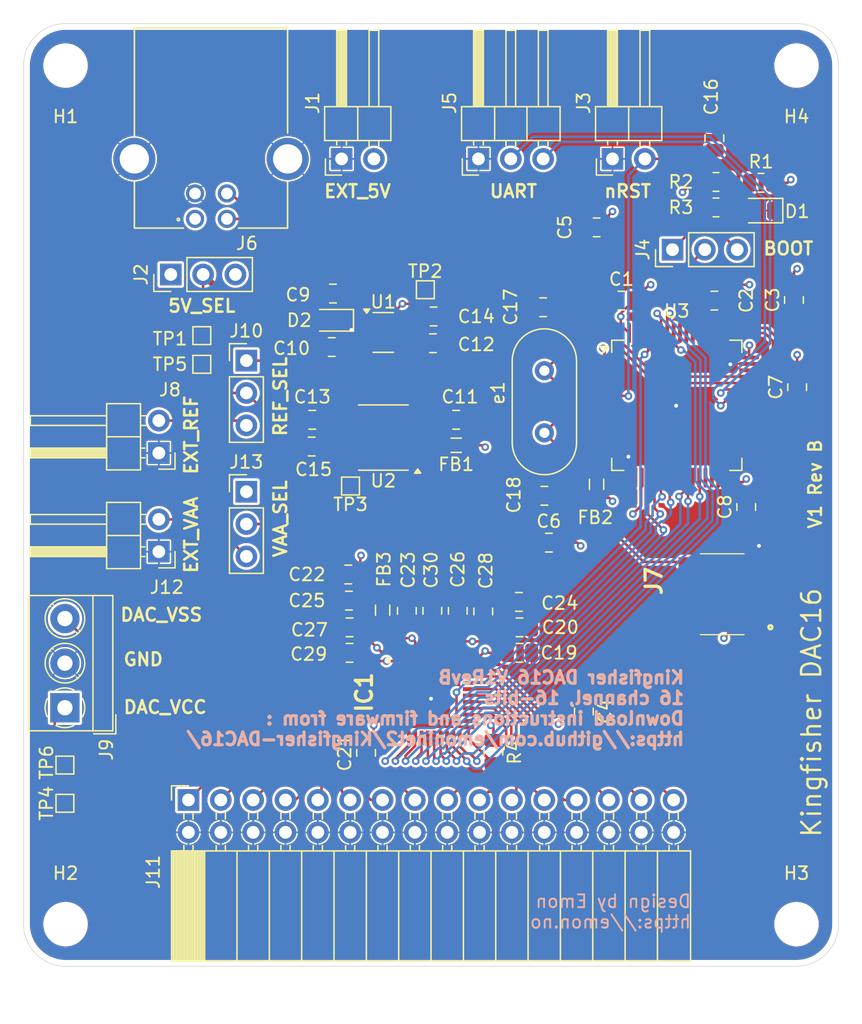
<source format=kicad_pcb>
(kicad_pcb (version 20240108) (generator "pcbnew") (generator_version "8.0")
  (layers (0 "F.Cu" signal) (1 "In1.Cu" signal) (2 "In2.Cu" signal) (31 "B.Cu" signal) (34 "B.Paste" user) (35 "F.Paste" user) (36 "B.SilkS" user "B.Silkscreen") (37 "F.SilkS" user "F.Silkscreen") (38 "B.Mask" user) (39 "F.Mask" user) (44 "Edge.Cuts" user))
  (net 0 "")
  (net 1 "+3V3")
  (net 2 "GND")
  (net 3 "Net-(D2-K)")
  (net 4 "Net-(U2-Vin)")
  (net 5 "Net-(U1-BYP)")
  (net 6 "Net-(U2-Trim{slash}NR)")
  (net 7 "Net-(D1-A)")
  (net 8 "REF_2V5")
  (net 9 "NRST")
  (net 10 "Net-(U3-PH0)")
  (net 11 "Net-(U3-PH1)")
  (net 12 "DAC_VCC")
  (net 13 "DAC_VSS")
  (net 14 "Net-(J4-Pin_1)")
  (net 15 "Net-(J4-Pin_3)")
  (net 16 "DAC_VAA")
  (net 18 "Net-(IC1-REFCMP)")
  (net 19 "DAC_REF")
  (net 20 "+5V")
  (net 21 "Net-(U3-VDDA)")
  (net 22 "DAC_OUT_14")
  (net 23 "DAC_OUT_7")
  (net 24 "DAC_SCLK")
  (net 25 "DAC_OUT_15")
  (net 26 "DAC_OUT_8")
  (net 27 "DAC_OUT_0")
  (net 28 "DAC_TOGGLE0")
  (net 29 "DAC_OUT_13")
  (net 30 "DAC_OUT_11")
  (net 31 "DAC_OUT_1")
  (net 32 "DAC_nCLR")
  (net 33 "DAC_OUT_12")
  (net 34 "DAC_SDO")
  (net 35 "DAC_OUT_2")
  (net 36 "DAC_OUT_4")
  (net 37 "DAC_TOGGLE1")
  (net 38 "DAC_TEMPOUT")
  (net 39 "DAC_nLDAC")
  (net 40 "DAC_TOGGLE2")
  (net 41 "DAC_nRESET")
  (net 42 "DAC_nALMOUT")
  (net 43 "DAC_nCS")
  (net 44 "DAC_OUT_5")
  (net 45 "DAC_SDI")
  (net 46 "DAC_OUT_3")
  (net 47 "DAC_OUT_9")
  (net 48 "DAC_OUT_6")
  (net 49 "DAC_OUT_10")
  (net 51 "5V_EXT")
  (net 52 "USB_VBUS")
  (net 54 "EXT_DAC_VAA")
  (net 55 "BOOT0")
  (net 56 "UART_RX")
  (net 57 "UART_TX")
  (net 58 "USB_OTG_FS_D+")
  (net 59 "USB_OTG_FS_D-")
  (net 60 "JTCK_SWCLK")
  (net 61 "JTDO_SWO")
  (net 62 "JTMS_SWDIO")
  (net 63 "EXT_REF_2V5")
  (footprint "Capacitor_SMD:C_0805_2012Metric" (layer "F.Cu") (at 156.95 110.4 180)
    (property "Reference" "C20")
    (property "Value" "100nF")
  )
  (footprint "MountingHole:MountingHole_3mm" (layer "F.Cu") (at 178.7 66.3 180)
    (property "Reference" "H4")
    (property "Value" "MountingHole")
  )
  (footprint "TestPoint:TestPoint_Pad_1.0x1.0mm" (layer "F.Cu") (at 143.675 99.305 180)
    (property "Reference" "TP3")
    (property "Value" "TestPoint")
  )
  (footprint "Capacitor_SMD:C_0805_2012Metric" (layer "F.Cu") (at 150.1 109.1 -90)
    (property "Reference" "C30")
    (property "Value" "1uF")
  )
  (footprint "Connector_PinHeader_2.54mm:PinHeader_1x02_P2.54mm_Horizontal" (layer "F.Cu") (at 164.25 73.625 90)
    (property "Reference" "J3")
    (property "Value" "Conn_01x02_Male")
  )
  (footprint "Capacitor_SMD:C_0805_2012Metric" (layer "F.Cu") (at 140.625 96.205)
    (property "Reference" "C15")
    (property "Value" "10uF")
  )
  (footprint "TestPoint:TestPoint_Pad_1.0x1.0mm" (layer "F.Cu") (at 149.55 83.895)
    (property "Reference" "TP2")
    (property "Value" "TestPoint")
  )
  (footprint "Capacitor_SMD:C_0805_2012Metric" (layer "F.Cu") (at 144.9 120.25 90)
    (property "Reference" "C21")
    (property "Value" "100nF")
  )
  (footprint "Capacitor_SMD:C_0805_2012Metric" (layer "F.Cu") (at 178.75 91.55 90)
    (property "Reference" "C7")
    (property "Value" "1uF")
  )
  (footprint "Connector_PinHeader_2.54mm:PinHeader_1x02_P2.54mm_Horizontal" (layer "F.Cu") (at 128.625 104.46 180)
    (property "Reference" "J12")
    (property "Value" "DAC_EXT_VAA")
  )
  (footprint "Capacitor_SMD:C_0805_2012Metric" (layer "F.Cu") (at 151.975 94.105 180)
    (property "Reference" "C11")
    (property "Value" "1uF")
  )
  (footprint "Capacitor_SMD:C_0805_2012Metric" (layer "F.Cu") (at 159.25 103.75)
    (property "Reference" "C6")
    (property "Value" "100nF")
  )
  (footprint "Package_SO:SOIC-8_3.9x4.9mm_P1.27mm" (layer "F.Cu") (at 146.25 95.5 180)
    (property "Reference" "U2")
    (property "Value" "REF5025AID")
  )
  (footprint "Inductor_SMD:L_0805_2012Metric" (layer "F.Cu") (at 146.2 109.05 90)
    (property "Reference" "FB3")
    (property "Value" "HZ0805E601R-10")
  )
  (footprint "Capacitor_SMD:C_0805_2012Metric" (layer "F.Cu") (at 172.25 84.75)
    (property "Reference" "C2")
    (property "Value" "10nF")
  )
  (footprint "Resistor_SMD:R_0805_2012Metric" (layer "F.Cu") (at 172.375 75.435)
    (property "Reference" "R2")
    (property "Value" "10K")
  )
  (footprint "Capacitor_SMD:C_0805_2012Metric" (layer "F.Cu") (at 152.1 109.1 -90)
    (property "Reference" "C26")
    (property "Value" "330pF")
  )
  (footprint "Capacitor_SMD:C_0805_2012Metric" (layer "F.Cu") (at 158.9 100.07)
    (property "Reference" "C18")
    (property "Value" "30pF")
  )
  (footprint "Resistor_SMD:R_0805_2012Metric" (layer "F.Cu") (at 175.9125 75.5)
    (property "Reference" "R1")
    (property "Value" "100")
  )
  (footprint "Inductor_SMD:L_0805_2012Metric" (layer "F.Cu") (at 151.975 96.105 180)
    (property "Reference" "FB1")
    (property "Value" "HZ0805E601R-10")
  )
  (footprint "MountingHole:MountingHole_3mm" (layer "F.Cu") (at 121.3 66.3 180)
    (property "Reference" "H1")
    (property "Value" "MountingHole")
  )
  (footprint "Capacitor_SMD:C_0805_2012Metric" (layer "F.Cu") (at 156.95 112.4 180)
    (property "Reference" "C19")
    (property "Value" "100nF")
  )
  (footprint "Capacitor_SMD:C_0805_2012Metric" (layer "F.Cu") (at 142.2 88.395)
    (property "Reference" "C10")
    (property "Value" "100nF")
  )
  (footprint "Capacitor_SMD:C_0805_2012Metric" (layer "F.Cu") (at 148.1 109.1 -90)
    (property "Reference" "C23")
    (property "Value" "100nF")
  )
  (footprint "Connector_PinHeader_2.54mm:PinHeader_1x02_P2.54mm_Horizontal" (layer "F.Cu") (at 142.975 73.625 90)
    (property "Reference" "J1")
    (property "Value" "5V EXT")
  )
  (footprint "footprints:FTSH-105-XX-YYY-DV-K-P-TR" (layer "F.Cu") (at 172.865 107.8 90)
    (property "Reference" "J7")
    (property "Value" "FTSH-105-01-F-DV-K-P-TR" (hide yes))
  )
  (footprint "Capacitor_SMD:C_0805_2012Metric" (layer "F.Cu") (at 164.95 84.75)
    (property "Reference" "C1")
    (property "Value" "10nF")
  )
  (footprint "Capacitor_SMD:C_0805_2012Metric" (layer "F.Cu") (at 158.8 85.27)
    (property "Reference" "C17")
    (property "Value" "30pF")
  )
  (footprint "Capacitor_SMD:C_0805_2012Metric" (layer "F.Cu") (at 143.6 112.4)
    (property "Reference" "C29")
    (property "Value" "10uF")
  )
  (footprint "Connector_PinSocket_2.54mm:PinSocket_2x16_P2.54mm_Horizontal" (layer "F.Cu") (at 130.95 123.95 90)
    (property "Reference" "J11")
    (property "Value" "Conn_02x16_Counter_Clockwise")
  )
  (footprint "Capacitor_SMD:C_0805_2012Metric" (layer "F.Cu") (at 172.25 72 -90)
    (property "Reference" "C16")
    (property "Value" "100nF")
  )
  (footprint "Capacitor_SMD:C_0805_2012Metric" (layer "F.Cu") (at 178.5 84.7 90)
    (property "Reference" "C3")
    (property "Value" "100nF")
  )
  (footprint "Diode_SMD:D_SOD-323" (layer "F.Cu") (at 142.3 86.295 180)
    (property "Reference" "D2")
    (property "Value" "BAT60AE6327HTSA1")
  )
  (footprint "Capacitor_SMD:C_0805_2012Metric" (layer "F.Cu") (at 174.75 100.95 90)
    (property "Reference" "C8")
    (property "Value" "10uF")
  )
  (footprint "Capacitor_SMD:C_0805_2012Metric" (layer "F.Cu") (at 143.55 108.3)
    (property "Reference" "C25")
    (property "Value" "100nF")
  )
  (footprint "TestPoint:TestPoint_Pad_1.0x1.0mm" (layer "F.Cu") (at 121.25 121.21 90)
    (property "Reference" "TP6")
    (property "Value" "TestPoint")
  )
  (footprint "TestPoint:TestPoint_Pad_1.0x1.0mm" (layer "F.Cu") (at 121.25 124.21 90)
    (property "Reference" "TP4")
    (property "Value" "TestPoint")
  )
  (footprint "Connector_PinHeader_2.54mm:PinHeader_1x03_P2.54mm_Vertical" (layer "F.Cu") (at 168.96 80.75 90)
    (property "Reference" "J4")
    (property "Value" "Conn_01x03_Male")
  )
  (footprint "Capacitor_SMD:C_0805_2012Metric" (layer "F.Cu") (at 140.675 94.105)
    (property "Reference" "C13")
    (property "Value" "1uF")
  )
  (footprint "Crystal:Crystal_HC49-4H_Vertical" (layer "F.Cu") (at 158.9 90.25 -90)
    (property "Reference" "e1")
    (property "Value" "ECS-160-20-4X")
  )
  (footprint "Connector_PinHeader_2.54mm:PinHeader_1x03_P2.54mm_Vertical" (layer "F.Cu") (at 129.56 82.7 90)
    (property "Reference" "J2")
    (property "Value" "SEL 5V")
  )
  (footprint "Connector_PinHeader_2.54mm:PinHeader_1x03_P2.54mm_Vertical" (layer "F.Cu") (at 135.5 99.75)
    (property "Reference" "J13")
    (property "Value" "DAC_VAA_SEL")
  )
  (footprint "footprints:TE_292304-1" (layer "F.Cu") (at 132.72 73.625 180)
    (property "Reference" "J6")
    (property "Value" "292304-1")
  )
  (footprint "Capacitor_SMD:C_0805_2012Metric" (layer "F.Cu") (at 143.6 110.4)
    (property "Reference" "C27")
    (property "Value" "10uF")
  )
  (footprint "Capacitor_SMD:C_0805_2012Metric" (layer "F.Cu") (at 163 79)
    (property "Reference" "C5")
    (property "Value" "100nF")
  )
  (footprint "TestPoint:TestPoint_Pad_1.0x1.0mm" (layer "F.Cu") (at 132 87.5)
    (property "Reference" "TP1")
    (property "Value" "TestPoint")
  )
  (footprint "TestPoint:TestPoint_Pad_1.0x1.0mm" (layer "F.Cu") (at 132 89.75)
    (property "Reference" "TP5")
    (property "Value" "TestPoint")
  )
  (footprint "Package_TO_SOT_SMD:SOT-23-5" (layer "F.Cu") (at 146.25 87.25)
    (property "Reference" "U1")
    (property "Value" "LDK130M33R")
  )
  (footprint "Capacitor_SMD:C_0805_2012Metric" (layer "F.Cu") (at 154.1 109.15 90)
    (property "Reference" "C28")
    (property "Value" "150nF")
  )
  (footprint "Capacitor_SMD:C_0805_2012Metric" (layer "F.Cu") (at 150.15 88.095 180)
    (property "Reference" "C12")
    (property "Value" "10nF")
  )
  (footprint "Resistor_SMD:R_0805_2012Metric" (layer "F.Cu") (at 154.9 120.1875 -90)
    (property "Reference" "R4")
    (property "Value" "10K")
  )
  (footprint "Connector_PinHeader_2.54mm:PinHeader_1x03_P2.54mm_Horizontal" (layer "F.Cu") (at 153.725 73.625 90)
    (property "Reference" "J5")
    (property "Value" "UART")
  )
  (footprint "LED_SMD:LED_0805_2012Metric" (layer "F.Cu") (at 175.9375 77.685 180)
    (property "Reference" "D1")
    (property "Value" "LED")
  )
  (footprint "footprints:QFN50P600X600X100-41N-D" (layer "F.Cu") (at 150 116)
    (property "Reference" "IC1")
    (property "Value" "DAC81416RHAT" (hide yes))
  )
  (footprint "MountingHole:MountingHole_3mm" (layer "F.Cu") (at 178.7 133.7)
    (property "Reference" "H3")
    (property "Value" "MountingHole")
  )
  (footprint "Connector_PinHeader_2.54mm:PinHeader_1x02_P2.54mm_Horizontal" (layer "F.Cu") (at 128.625 96.71 180)
    (property "Reference" "J8")
    (property "Value" "DAC_EXT_REF")
  )
  (footprint "Inductor_SMD:L_0805_2012Metric" (layer "F.Cu") (at 163 99.17 90)
    (property "Reference" "FB2")
    (property "Value" "HZ0805E601R-10")
  )
  (footprint "Capacitor_SMD:C_0805_2012Metric" (layer "F.Cu") (at 162 117 -90)
    (property "Reference" "C4")
    (property "Value" "100nF")
  )
  (footprint "TerminalBlock_MetzConnect:TerminalBlock_MetzConnect_Type059_RT06303HBWC_1x03_P3.50mm_Horizontal" (layer "F.Cu") (at 121.25 116.71 90)
    (property "Reference" "J9")
    (property "Value" "Screw_Terminal_01x03")
  )
  (footprint "Resistor_SMD:R_0805_2012Metric" (layer "F.Cu") (at 172.375 77.435)
    (property "Reference" "R3")
    (property "Value" "10K")
  )
  (footprint "MountingHole:MountingHole_3mm" (layer "F.Cu") (at 121.3 133.7)
    (property "Reference" "H2")
    (property "Value" "MountingHole")
  )
  (footprint "Capacitor_SMD:C_0805_2012Metric" (layer "F.Cu") (at 156.9 108.4 180)
    (property "Reference" "C24")
    (property "Value" "100nF")
  )
  (footprint "Capacitor_SMD:C_0805_2012Metric" (layer "F.Cu") (at 150.2 85.995 180)
    (property "Reference" "C14")
    (property "Value" "1uF")
  )
  (footprint "Capacitor_SMD:C_0805_2012Metric" (layer "F.Cu") (at 143.5 106.25)
    (property "Reference" "C22")
    (property "Value" "100nF")
  )
  (footprint "Connector_PinHeader_2.54mm:PinHeader_1x03_P2.54mm_Vertical" (layer "F.Cu") (at 135.5 89.46)
    (property "Reference" "J10")
    (property "Value" "DAC_REF_SEL")
  )
  (footprint "Capacitor_SMD:C_0805_2012Metric" (layer "F.Cu") (at 142.3 84.195)
    (property "Reference" "C9")
    (property "Value" "1uF")
  )
  (footprint "Package_QFP:LQFP-64_10x10mm_P0.5mm" (layer "F.Cu") (at 169.3 92.97)
    (property "Reference" "U3")
    (property "Value" "STM32L476RGT6")
  )
  (gr_line (start 121.3 63) (end 178.7 63) (stroke (width 0.05)) (layer "Edge.Cuts"))
  (gr_arc (start 178.7 63) (mid 181.033452 63.966548) (end 182 66.3) (stroke (width 0.05)) (layer "Edge.Cuts"))
  (gr_arc (start 182 133.7) (mid 181.033452 136.033452) (end 178.7 137) (stroke (width 0.05)) (layer "Edge.Cuts"))
  (gr_line (start 118 133.7) (end 118 66.3) (stroke (width 0.05)) (layer "Edge.Cuts"))
  (gr_line (start 121.3 137) (end 178.7 137) (stroke (width 0.05)) (layer "Edge.Cuts"))
  (gr_arc (start 121.3 137) (mid 118.966548 136.033452) (end 118 133.7) (stroke (width 0.05)) (layer "Edge.Cuts"))
  (gr_arc (start 118 66.3) (mid 118.966548 63.966548) (end 121.3 63) (stroke (width 0.05)) (layer "Edge.Cuts"))
  (gr_line (start 182 66.3) (end 182 133.7) (stroke (width 0.05)) (layer "Edge.Cuts"))
  (gr_text "Kingfisher DAC16 V1RevB\n16 channel, 16-bits\nDownload instructions and firmware from :\nhttps://github.com/emoninet2/Kingfisher-DAC16/" (at 170 119.75 0) (layer "B.SilkS") (effects (font (size 1 1) (thickness 0.25) (bold yes)) (justify left bottom mirror)))
  (gr_text "Design by Emon\nhttps://emon.no\n" (at 170.5 134.1 0) (layer "B.SilkS") (effects (font (size 1 1)) (justify left bottom mirror)))
  (gr_text "DAC_VSS" (at 125.5 110 0) (layer "F.SilkS") (effects (font (size 1 1) (thickness 0.2) (bold yes)) (justify left bottom)))
  (gr_text "nRST" (at 163.5 76.75 0) (layer "F.SilkS") (effects (font (size 1 1) (thickness 0.2) (bold yes)) (justify left bottom)))
  (gr_text "5V_SEL" (at 129.25 85.75 0) (layer "F.SilkS") (effects (font (size 1 1) (thickness 0.2) (bold yes)) (justify left bottom)))
  (gr_text "REF_SEL" (at 138.75 95.5 90) (layer "F.SilkS") (effects (font (size 1 1) (thickness 0.2) (bold yes)) (justify left bottom)))
  (gr_text "UART" (at 154.5 76.75 0) (layer "F.SilkS") (effects (font (size 1 1) (thickness 0.2) (bold yes)) (justify left bottom)))
  (gr_text "GND" (at 125.75 113.5 0) (layer "F.SilkS") (effects (font (size 1 1) (thickness 0.2) (bold yes)) (justify left bottom)))
  (gr_text "EXT_VAA" (at 131.75 106.25 90) (layer "F.SilkS") (effects (font (size 1 1) (thickness 0.2) (bold yes)) (justify left bottom)))
  (gr_text "BOOT" (at 176 81.25 0) (layer "F.SilkS") (effects (font (size 1 1) (thickness 0.2) (bold yes)) (justify left bottom)))
  (gr_text "Kingfisher DAC16" (at 180.75 127 90) (layer "F.SilkS") (effects (font (size 1.5 1.5) (thickness 0.1875)) (justify left bottom)))
  (gr_text "EXT_5V" (at 141.5 76.75 0) (layer "F.SilkS") (effects (font (size 1 1) (thickness 0.2) (bold yes)) (justify left bottom)))
  (gr_text "DAC_VCC" (at 125.75 117.25 0) (layer "F.SilkS") (effects (font (size 1 1) (thickness 0.2) (bold yes)) (justify left bottom)))
  (gr_text "VAA_SEL" (at 138.75 105 90) (layer "F.SilkS") (effects (font (size 1 1) (thickness 0.2) (bold yes)) (justify left bottom)))
  (gr_text "EXT_REF" (at 131.75 98.5 90) (layer "F.SilkS") (effects (font (size 1 1) (thickness 0.2) (bold yes)) (justify left bottom)))
  (gr_text "V1 Rev B" (at 180.75 102.75 90) (layer "F.SilkS") (effects (font (size 1 1) (thickness 0.1875)) (justify left bottom)))
  (segment (start 174.9 110.34) (end 173.91 110.34) (width 0.2) (layer "F.Cu") (net 1))
  (segment (start 166.5 98.695) (end 166.55 98.645) (width 0.2) (layer "F.Cu") (net 1))
  (segment (start 165.9 84.75) (end 167.15 83.5) (width 0.2) (layer "F.Cu") (net 1))
  (segment (start 173.2 84.75) (end 174.45 83.5) (width 0.2) (layer "F.Cu") (net 1))
  (segment (start 166.5 100.85) (end 166.5 98.695) (width 0.2) (layer "F.Cu") (net 1))
  (segment (start 147.3875 85.3625) (end 147.75 85) (width 0.2) (layer "F.Cu") (net 1))
  (segment (start 165.85 101.5) (end 166.5 100.85) (width 0.2) (layer "F.Cu") (net 1))
  (segment (start 163.625 89.22) (end 163.625 88.625) (width 0.2) (layer "F.Cu") (net 1))
  (segment (start 174.975 88.275) (end 175 88.25) (width 0.2) (layer "F.Cu") (net 1))
  (segment (start 163.625 88.625) (end 163.5 88.5) (width 0.2) (layer "F.Cu") (net 1))
  (segment (start 178 75.5) (end 178.25 75.25) (width 0.2) (layer "F.Cu") (net 1))
  (segment (start 173.91 110.34) (end 173 111.25) (width 0.2) (layer "F.Cu") (net 1))
  (segment (start 178.5 82.5) (end 178.75 82.25) (width 0.2) (layer "F.Cu") (net 1))
  (segment (start 170.565 75.435) (end 169.75 76.25) (width 0.2) (layer "F.Cu") (net 1))
  (segment (start 163.9825 100.2325) (end 164.25 100.5) (width 0.2) (layer "F.Cu") (net 1))
  (segment (start 163.95 79) (end 163.95 78.05) (width 0.2) (layer "F.Cu") (net 1))
  (segment (start 153.0375 96.105) (end 154.105 96.105) (width 0.2) (layer "F.Cu") (net 1))
  (segment (start 160.05 117.95) (end 160 118) (width 0.2) (layer "F.Cu") (net 1))
  (segment (start 176.825 75.5) (end 178 75.5) (width 0.2) (layer "F.Cu") (net 1))
  (segment (start 161.5 103.75) (end 161.75 104) (width 0.2) (layer "F.Cu") (net 1))
  (segment (start 149.25 85.995) (end 148.255 85) (width 0.2) (layer "F.Cu") (net 1))
  (segment (start 164.9 86) (end 164.9 86.645) (width 0.2) (layer "F.Cu") (net 1))
  (segment (start 147.3875 86.3) (end 147.3875 85.3625) (width 0.2) (layer "F.Cu") (net 1))
  (segment (start 173.7025 99.2975) (end 174.405 100) (width 0.2) (layer "F.Cu") (net 1))
  (segment (start 164.9 86) (end 164.9 85.75) (width 0.2) (layer "F.Cu") (net 1))
  (segment (start 154.7 118.1) (end 154.9 118.3) (width 0.2) (layer "F.Cu") (net 1))
  (segment (start 163 100.2325) (end 163.9825 100.2325) (width 0.2) (layer "F.Cu") (net 1))
  (segment (start 149.25 84.195) (end 149.55 83.895) (width 0.2) (layer "F.Cu") (net 1))
  (segment (start 145.5 118.7) (end 145.5 118.1) (width 0.2) (layer "F.Cu") (net 1))
  (segment (start 173.7025 99.2975) (end 174 99) (width 0.2) (layer "F.Cu") (net 1))
  (segment (start 178.75 90.6) (end 178.75 89) (width 0.2) (layer "F.Cu") (net 1))
  (segment (start 154.105 96.105) (end 154.25 96.25) (width 0.2) (layer "F.Cu") (net 1))
  (segment (start 167.15 83.5) (end 167.25 83.5) (width 0.2) (layer "F.Cu") (net 1))
  (segment (start 163.95 78.05) (end 164.25 77.75) (width 0.2) (layer "F.Cu") (net 1))
  (segment (start 171.4625 75.435) (end 170.565 75.435) (width 0.2) (layer "F.Cu") (net 1))
  (segment (start 147.05 117.75) (end 145.85 117.75) (width 0.2) (layer "F.Cu") (net 1))
  (segment (start 174 99) (end 174.5 99) (width 0.2) (layer "F.Cu") (net 1))
  (segment (start 160.2 103.75) (end 161.5 103.75) (width 0.2) (layer "F.Cu") (net 1))
  (segment (start 174.5 99) (end 174.75 98.75) (width 0.2) (layer "F.Cu") (net 1))
  (segment (start 148.255 85) (end 147.75 85) (width 0.2) (layer "F.Cu") (net 1))
  (segment (start 174.45 83.5) (end 175 83.5) (width 0.2) (layer "F.Cu") (net 1))
  (segment (start 154.9 118.3) (end 154.9 119) (width 0.2) (layer "F.Cu") (net 1))
  (segment (start 145.85 117.75) (end 145.5 118.1) (width 0.2) (layer "F.Cu") (net 1))
  (segment (start 162 117.95) (end 160.05 117.95) (width 0.2) (layer "F.Cu") (net 1))
  (segment (start 174.975 89.22) (end 174.975 88.275) (width 0.2) (layer "F.Cu") (net 1))
  (segment (start 178.5 83.75) (end 178.5 82.5) (width 0.2) (layer "F.Cu") (net 1))
  (segment (start 148.945 86.3) (end 149.25 85.995) (width 0.2) (layer "F.Cu") (net 1))
  (segment (start 164.9 85.75) (end 165.9 84.75) (width 0.2) (layer "F.Cu") (net 1))
  (segment (start 144.9 119.3) (end 145.5 118.7) (width 0.2) (layer "F.Cu") (net 1))
  (segment (start 173.05 98.645) (end 173.7025 99.2975) (width 0.2) (layer "F.Cu") (net 1))
  (segment (start 164.9 86.645) (end 165.55 87.295) (width 0.2) (layer "F.Cu") (net 1))
  (segment (start 149.25 85.995) (end 149.25 84.195) (width 0.2) (layer "F.Cu") (net 1))
  (segment (start 174.405 100) (end 174.75 100) (width 0.2) (layer "F.Cu") (net 1))
  (via (at 167.25 83.5) (size 0.6) (drill 0.3) (layers "F.Cu" "B.Cu") (net 1))
  (via (at 154.25 96.25) (size 0.6) (drill 0.3) (layers "F.Cu" "B.Cu") (net 1))
  (via (at 178.75 82.25) (size 0.6) (drill 0.3) (layers "F.Cu" "B.Cu") (net 1))
  (via (at 174.75 98.75) (size 0.6) (drill 0.3) (layers "F.Cu" "B.Cu") (net 1))
  (via (at 165.85 101.5) (size 0.6) (drill 0.3) (layers "F.Cu" "B.Cu") (net 1))
  (via (at 169.75 76.25) (size 0.6) (drill 0.3) (layers "F.Cu" "B.Cu") (net 1))
  (via (at 175 83.5) (size 0.6) (drill 0.3) (layers "F.Cu" "B.Cu") (net 1))
  (via (at 161.75 104) (size 0.6) (drill 0.3) (layers "F.Cu" "B.Cu") (net 1))
  (via (at 173 111.25) (size 0.6) (drill 0.3) (layers "F.Cu" "B.Cu") (net 1))
  (via (at 164.25 77.75) (size 0.6) (drill 0.3) (layers "F.Cu" "B.Cu") (net 1))
  (via (at 164.25 100.5) (size 0.6) (drill 0.3) (layers "F.Cu" "B.Cu") (net 1))
  (via (at 175 88.25) (size 0.6) (drill 0.3) (layers "F.Cu" "B.Cu") (net 1))
  (via (at 145.5 118.1) (size 0.6) (drill 0.3) (layers "F.Cu" "B.Cu") (net 1))
  (via (at 163.5 88.5) (size 0.6) (drill 0.3) (layers "F.Cu" "B.Cu") (net 1))
  (via (at 147.75 85) (size 0.6) (drill 0.3) (layers "F.Cu" "B.Cu") (net 1))
  (via (at 178.25 75.25) (size 0.6) (drill 0.3) (layers "F.Cu" "B.Cu") (net 1))
  (via (at 160 118) (size 0.6) (drill 0.3) (layers "F.Cu" "B.Cu") (net 1))
  (via (at 164.9 86) (size 0.6) (drill 0.3) (layers "F.Cu" "B.Cu") (net 1))
  (via (at 154.7 118.1) (size 0.6) (drill 0.3) (layers "F.Cu" "B.Cu") (net 1))
  (via (at 178.75 89) (size 0.6) (drill 0.3) (layers "F.Cu" "B.Cu") (net 1))
  (segment (start 142.55 112.3) (end 142.65 112.4) (width 0.2) (layer "F.Cu") (net 2))
  (segment (start 157.9 108.45) (end 157.85 108.4) (width 0.2) (layer "F.Cu") (net 2))
  (segment (start 148.1 108.15) (end 154.05 108.15) (width 0.2) (layer "F.Cu") (net 2))
  (segment (start 166.05 98.645) (end 166.05 97.55) (width 0.2) (layer "F.Cu") (net 2))
  (segment (start 143.75 87.045) (end 142.6 87.045) (width 0.2) (layer "F.Cu") (net 2))
  (segment (start 157.9 112.4) (end 157.9 108.45) (width 0.2) (layer "F.Cu") (net 2))
  (segment (start 142.55 106.25) (end 142.55 112.3) (width 0.2) (layer "F.Cu") (net 2))
  (segment (start 143.75 87.045) (end 143.955 87.25) (width 0.2) (layer "F.Cu") (net 2))
  (segment (start 143.955 87.25) (end 145.1125 87.25) (width 0.2) (layer "F.Cu") (net 2))
  (segment (start 166.05 97.55) (end 165.5 97) (width 0.2) (layer "F.Cu") (net 2))
  (segment (start 154.05 108.15) (end 154.1 108.2) (width 0.2) (layer "F.Cu") (net 2))
  (segment (start 142.6 87.045) (end 141.25 88.395) (width 0.2) (layer "F.Cu") (net 2))
  (via (at 173.5 89.75) (size 0.6) (drill 0.3) (layers "F.Cu" "B.Cu") (net 2))
  (via (at 165.5 97) (size 0.6) (drill 0.3) (layers "F.Cu" "B.Cu") (net 2))
  (via (at 169.25 93) (size 0.6) (drill 0.3) (layers "F.Cu" "B.Cu") (net 2))
  (via (at 143.75 87.045) (size 0.6) (drill 0.3) (layers "F.Cu" "B.Cu") (net 2))
  (via (at 175.75 104) (size 0.6) (drill 0.3) (layers "F.Cu" "B.Cu") (net 2))
  (via (at 150 116) (size 0.6) (drill 0.3) (layers "F.Cu" "B.Cu") (net 2))
  (segment (start 145.1125 88.2) (end 143.345 88.2) (width 0.2) (layer "F.Cu") (net 3))
  (segment (start 145.774999 88.2) (end 145.1125 88.2) (width 0.5) (layer "F.Cu") (net 3))
  (segment (start 146.25 87.724999) (end 145.774999 88.2) (width 0.5) (layer "F.Cu") (net 3))
  (segment (start 143.25 84.195) (end 143.25 86.195) (width 0.5) (layer "F.Cu") (net 3))
  (segment (start 143.345 88.2) (end 143.15 88.395) (width 0.2) (layer "F.Cu") (net 3))
  (segment (start 145.774999 86.3) (end 146.25 86.775001) (width 0.5) (layer "F.Cu") (net 3))
  (segment (start 143.35 86.295) (end 145.1075 86.295) (width 0.5) (layer "F.Cu") (net 3))
  (segment (start 143.25 86.195) (end 143.35 86.295) (width 0.5) (layer "F.Cu") (net 3))
  (segment (start 145.1075 86.295) (end 145.1125 86.3) (width 0.5) (layer "F.Cu") (net 3))
  (segment (start 146.25 86.775001) (end 146.25 87.724999) (width 0.5) (layer "F.Cu") (net 3))
  (segment (start 145.1125 86.3) (end 145.774999 86.3) (width 0.5) (layer "F.Cu") (net 3))
  (segment (start 150.9125 94.2175) (end 151.025 94.105) (width 0.2) (layer "F.Cu") (net 4))
  (segment (start 150.8825 96.135) (end 150.9125 96.105) (width 0.2) (layer "F.Cu") (net 4))
  (segment (start 148.725 96.135) (end 150.8825 96.135) (width 0.2) (layer "F.Cu") (net 4))
  (segment (start 150.9125 96.105) (end 150.9125 94.2175) (width 0.2) (layer "F.Cu") (net 4))
  (segment (start 149.095 88.2) (end 149.2 88.095) (width 0.2) (layer "F.Cu") (net 5))
  (segment (start 147.3875 88.2) (end 149.095 88.2) (width 0.2) (layer "F.Cu") (net 5))
  (segment (start 141.625 94.105) (end 142.135 93.595) (width 0.2) (layer "F.Cu") (net 6))
  (segment (start 142.135 93.595) (end 143.775 93.595) (width 0.2) (layer "F.Cu") (net 6))
  (segment (start 175 75.5) (end 175 77.685) (width 0.2) (layer "F.Cu") (net 7))
  (segment (start 143.775 94.865) (end 142.915 94.865) (width 0.2) (layer "F.Cu") (net 8))
  (segment (start 136.589744 89.46) (end 140.75 93.620256) (width 0.2) (layer "F.Cu") (net 8))
  (segment (start 143.675 99.305) (end 141.575 97.205) (width 0.2) (layer "F.Cu") (net 8))
  (segment (start 135.5 89.46) (end 136.589744 89.46) (width 0.2) (layer "F.Cu") (net 8))
  (segment (start 141.575 97.205) (end 141.575 96.205) (width 0.2) (layer "F.Cu") (net 8))
  (segment (start 140.75 95.38) (end 141.575 96.205) (width 0.2) (layer "F.Cu") (net 8))
  (segment (start 140.75 93.620256) (end 140.75 95.38) (width 0.2) (layer "F.Cu") (net 8))
  (segment (start 142.915 94.865) (end 141.575 96.205) (width 0.2) (layer "F.Cu") (net 8))
  (segment (start 170.83 105.26) (end 166.687814 105.26) (width 0.2) (layer "F.Cu") (net 9))
  (segment (start 162.81759 92.22) (end 163.625 92.22) (width 0.2) (layer "F.Cu") (net 9))
  (segment (start 165.47 92.22) (end 165.5 92.25) (width 0.2) (layer "F.Cu") (net 9))
  (segment (start 172.25 72.95) (end 171.575 73.625) (width 0.2) (layer "F.Cu") (net 9))
  (segment (start 171.575 73.625) (end 166.79 73.625) (width 0.2) (layer "F.Cu") (net 9))
  (segment (start 163.625 92.22) (end 165.47 92.22) (width 0.2) (layer "F.Cu") (net 9))
  (segment (start 162 93.03759) (end 162.81759 92.22) (width 0.2) (layer "F.Cu") (net 9))
  (segment (start 162 100.572186) (end 162 93.03759) (width 0.2) (layer "F.Cu") (net 9))
  (segment (start 166.687814 105.26) (end 162 100.572186) (width 0.2) (layer "F.Cu") (net 9))
  (via (at 165.5 92.25) (size 0.6) (drill 0.3) (layers "F.Cu" "B.Cu") (net 9))
  (segment (start 165.5 74.915) (end 166.79 73.625) (width 0.2) (layer "B.Cu") (net 9))
  (segment (start 165.5 92.25) (end 165.5 74.915) (width 0.2) (layer "B.Cu") (net 9))
  (segment (start 158.9 90.25) (end 159.75 89.4) (width 0.2) (layer "F.Cu") (net 10))
  (segment (start 159.87 91.22) (end 158.9 90.25) (width 0.2) (layer "F.Cu") (net 10))
  (segment (start 159.75 89.4) (end 159.75 85.27) (width 0.2) (layer "F.Cu") (net 10))
  (segment (start 163.625 91.22) (end 159.87 91.22) (width 0.2) (layer "F.Cu") (net 10))
  (segment (start 162.31 91.72) (end 158.9 95.13) (width 0.2) (layer "F.Cu") (net 11))
  (segment (start 159.85 96.08) (end 159.85 100.07) (width 0.2) (layer "F.Cu") (net 11))
  (segment (start 163.625 91.72) (end 162.31 91.72) (width 0.2) (layer "F.Cu") (net 11))
  (segment (start 158.9 95.13) (end 159.85 96.08) (width 0.2) (layer "F.Cu") (net 11))
  (segment (start 146.5 113.05) (end 145.2 113.05) (width 0.2) (layer "F.Cu") (net 12))
  (segment (start 147.75 113.05) (end 146.5 113.05) (width 0.2) (layer "F.Cu") (net 12))
  (segment (start 120.45 123.41) (end 120.45 117.51) (width 0.2) (layer "F.Cu") (net 12))
  (segment (start 143.75 111.6) (end 144.55 112.4) (width 0.2) (layer "F.Cu") (net 12))
  (segment (start 121.25 124.21) (end 120.45 123.41) (width 0.2) (layer "F.Cu") (net 12))
  (segment (start 154.4 112.4) (end 156 112.4) (width 0.2) (layer "F.Cu") (net 12))
  (segment (start 152.25 113.05) (end 153.45 113.05) (width 0.2) (layer "F.Cu") (net 12))
  (segment (start 145.2 113.05) (end 144.55 112.4) (width 0.2) (layer "F.Cu") (net 12))
  (segment (start 153.45 113.05) (end 154.25 112.25) (width 0.2) (layer "F.Cu") (net 12))
  (segment (start 120.45 117.51) (end 121.25 116.71) (width 0.2) (layer "F.Cu") (net 12))
  (segment (start 143.75 109.05) (end 143.75 111.6) (width 0.2) (layer "F.Cu") (net 12))
  (segment (start 144.5 108.3) (end 143.75 109.05) (width 0.2) (layer "F.Cu") (net 12))
  (segment (start 154.25 112.25) (end 154.4 112.4) (width 0.2) (layer "F.Cu") (net 12))
  (via (at 146.5 113.05) (size 0.6) (drill 0.3) (layers "F.Cu" "B.Cu") (net 12))
  (via (at 154.25 112.25) (size 0.6) (drill 0.3) (layers "F.Cu" "B.Cu") (net 12))
  (segment (start 145.75 112) (end 145.25 111.5) (width 0.2) (layer "F.Cu") (net 13))
  (segment (start 148.2 112.3) (end 148.25 112.35) (width 0.2) (layer "F.Cu") (net 13))
  (segment (start 151.75 112.35) (end 152.6 111.5) (width 0.2) (layer "F.Cu") (net 13))
  (segment (start 122.7 111.16) (end 121.25 109.71) (width 0.2) (layer "F.Cu") (net 13))
  (segment (start 152.6 111.5) (end 153.25 111.5) (width 0.2) (layer "F.Cu") (net 13))
  (segment (start 145.25 111.1) (end 144.55 110.4) (width 0.2) (layer "F.Cu") (net 13))
  (segment (start 156 110.4) (end 154.9 111.5) (width 0.2) (layer "F.Cu") (net 13))
  (segment (start 122.7 119.76) (end 122.7 111.16) (width 0.2) (layer "F.Cu") (net 13))
  (segment (start 145.75 112) (end 146.05 112.3) (width 0.2) (layer "F.Cu") (net 13))
  (segment (start 121.25 121.21) (end 122.7 119.76) (width 0.2) (layer "F.Cu") (net 13))
  (segment (start 145.25 111.5) (end 145.25 111.1) (width 0.2) (layer "F.Cu") (net 13))
  (segment (start 155.95 110.35) (end 156 110.4) (width 0.2) (layer "F.Cu") (net 13))
  (segment (start 155.95 108.4) (end 155.95 110.35) (width 0.2) (layer "F.Cu") (net 13))
  (segment (start 148.25 112.35) (end 148.25 113.05) (width 0.2) (layer "F.Cu") (net 13))
  (segment (start 154.9 111.5) (end 153.25 111.5) (width 0.2) (layer "F.Cu") (net 13))
  (segment (start 151.75 113.05) (end 151.75 112.35) (width 0.2) (layer "F.Cu") (net 13))
  (segment (start 146.05 112.3) (end 148.2 112.3) (width 0.2) (layer "F.Cu") (net 13))
  (via (at 153.25 111.5) (size 0.6) (drill 0.3) (layers "F.Cu" "B.Cu") (net 13))
  (via (at 145.75 112) (size 0.6) (drill 0.3) (layers "F.Cu" "B.Cu") (net 13))
  (segment (start 168.96 80.75) (end 171.4625 78.2475) (width 0.2) (layer "F.Cu") (net 14))
  (segment (start 171.4625 78.2475) (end 171.4625 77.435) (width 0.2) (layer "F.Cu") (net 14))
  (segment (start 172.475 79.185) (end 174.04 80.75) (width 0.2) (layer "F.Cu") (net 15))
  (segment (start 172.475 76.2475) (end 172.475 79.185) (width 0.2) (layer "F.Cu") (net 15))
  (segment (start 173.2875 75.435) (end 172.475 76.2475) (width 0.2) (layer "F.Cu") (net 15))
  (segment (start 142.888529 102.29) (end 135.5 102.29) (width 0.2) (layer "F.Cu") (net 16))
  (segment (start 149.25 110.9) (end 149.25 113.05) (width 0.2) (layer "F.Cu") (net 16))
  (segment (start 150.1 110.05) (end 149.25 110.9) (width 0.2) (layer "F.Cu") (net 16))
  (segment (start 146.2 105.601471) (end 142.888529 102.29) (width 0.2) (layer "F.Cu") (net 16))
  (segment (start 146.2 107.9875) (end 146.2 105.601471) (width 0.2) (layer "F.Cu") (net 16))
  (segment (start 150.1 110.05) (end 148.1 110.05) (width 0.2) (layer "F.Cu") (net 16))
  (segment (start 146.2 108.15) (end 146.2 107.9875) (width 0.2) (layer "F.Cu") (net 16))
  (segment (start 148.1 110.05) (end 146.2 108.15) (width 0.2) (layer "F.Cu") (net 16))
  (segment (start 152.1 110.05) (end 150.75 111.4) (width 0.2) (layer "F.Cu") (net 18))
  (segment (start 150.75 111.4) (end 150.75 113.05) (width 0.2) (layer "F.Cu") (net 18))
  (segment (start 153.409744 106) (end 147.75 106) (width 0.2) (layer "F.Cu") (net 19))
  (segment (start 136.75 95) (end 136.75 93.25) (width 0.2) (layer "F.Cu") (net 19))
  (segment (start 155.125 107.715256) (end 153.409744 106) (width 0.2) (layer "F.Cu") (net 19))
  (segment (start 151.865686 110.85) (end 151.25 111.465686) (width 0.2) (layer "F.Cu") (net 19))
  (segment (start 153.35 110.85) (end 151.865686 110.85) (width 0.2) (layer "F.Cu") (net 19))
  (segment (start 154.1 110.1) (end 153.35 110.85) (width 0.2) (layer "F.Cu") (net 19))
  (segment (start 155.125 109.075) (end 155.125 107.715256) (width 0.2) (layer "F.Cu") (net 19))
  (segment (start 134.25 92) (end 135.5 92) (width 0.2) (layer "F.Cu") (net 19))
  (segment (start 132 89.75) (end 134.25 92) (width 0.2) (layer "F.Cu") (net 19))
  (segment (start 151.25 111.465686) (end 151.25 113.05) (width 0.2) (layer "F.Cu") (net 19))
  (segment (start 147.75 106) (end 136.75 95) (width 0.2) (layer "F.Cu") (net 19))
  (segment (start 136.75 93.25) (end 135.5 92) (width 0.2) (layer "F.Cu") (net 19))
  (segment (start 154.1 110.1) (end 155.125 109.075) (width 0.2) (layer "F.Cu") (net 19))
  (segment (start 148.75 111.5) (end 148.75 113.05) (width 0.2) (layer "F.Cu") (net 20))
  (segment (start 144.45 106.25) (end 144.45 104.8) (width 0.2) (layer "F.Cu") (net 20))
  (segment (start 144.45 106.25) (end 145.3 107.1) (width 0.2) (layer "F.Cu") (net 20))
  (segment (start 135.695 86.295) (end 132.1 82.7) (width 0.5) (layer "F.Cu") (net 20))
  (segment (start 141.25 86.295) (end 135.695 86.295) (width 0.5) (layer "F.Cu") (net 20))
  (segment (start 148.5 111.25) (end 148.75 111.5) (width 0.2) (layer "F.Cu") (net 20))
  (segment (start 147.3375 111.25) (end 146.2 110.1125) (width 0.2) (layer "F.Cu") (net 20))
  (segment (start 145.3 109.2125) (end 146.2 110.1125) (width 0.2) (layer "F.Cu") (net 20))
  (segment (start 132.1 82.7) (end 132.1 87.4) (width 0.2) (layer "F.Cu") (net 20))
  (segment (start 144.5 104.75) (end 144.45 104.8) (width 0.2) (layer "F.Cu") (net 20))
  (segment (start 145.3 107.1) (end 145.3 109.2125) (width 0.2) (layer "F.Cu") (net 20))
  (segment (start 148.5 111.25) (end 147.3375 111.25) (width 0.2) (layer "F.Cu") (net 20))
  (segment (start 132.1 87.4) (end 132 87.5) (width 0.2) (layer "F.Cu") (net 20))
  (via (at 144.5 104.75) (size 0.6) (drill 0.3) (layers "F.Cu" "B.Cu") (net 20))
  (via (at 148.5 111.25) (size 0.6) (drill 0.3) (layers "F.Cu" "B.Cu") (net 20))
  (segment (start 163.625 95.22) (end 162.81759 95.22) (width 0.2) (layer "F.Cu") (net 21))
  (segment (start 162.81759 95.22) (end 162.55 95.48759) (width 0.2) (layer "F.Cu") (net 21))
  (segment (start 162.55 95.48759) (end 162.55 97.6575) (width 0.2) (layer "F.Cu") (net 21))
  (segment (start 162.55 97.6575) (end 163 98.1075) (width 0.2) (layer "F.Cu") (net 21))
  (segment (start 164.96 122.4) (end 166.51 123.95) (width 0.2) (layer "F.Cu") (net 22))
  (segment (start 152.95 114.25) (end 155.244116 114.25) (width 0.2) (layer "F.Cu") (net 22))
  (segment (start 158.3 117.305884) (end 158.3 120.602282) (width 0.2) (layer "F.Cu") (net 22))
  (segment (start 160.097718 122.4) (end 164.96 122.4) (width 0.2) (layer "F.Cu") (net 22))
  (segment (start 155.244116 114.25) (end 158.3 117.305884) (width 0.2) (layer "F.Cu") (net 22))
  (segment (start 158.3 120.602282) (end 160.097718 122.4) (width 0.2) (layer "F.Cu") (net 22))
  (segment (start 143.8 121.609744) (end 144.990256 122.8) (width 0.2) (layer "F.Cu") (net 23))
  (segment (start 143.8 118.890256) (end 143.8 121.609744) (width 0.2) (layer "F.Cu") (net 23))
  (segment (start 147.58 122.8) (end 148.73 123.95) (width 0.2) (layer "F.Cu") (net 23))
  (segment (start 147.05 117.25) (end 145.440256 117.25) (width 0.2) (layer "F.Cu") (net 23))
  (segment (start 144.990256 122.8) (end 147.58 122.8) (width 0.2) (layer "F.Cu") (net 23))
  (segment (start 145.440256 117.25) (end 143.8 118.890256) (width 0.2) (layer "F.Cu") (net 23))
  (segment (start 147.199997 120.700003) (end 148.25 119.65) (width 0.2) (layer "F.Cu") (net 24))
  (segment (start 147.199997 120.9) (end 147.199997 120.700003) (width 0.2) (layer "F.Cu") (net 24))
  (segment (start 168 101.5) (end 167.55 101.05) (width 0.2) (layer "F.Cu") (net 24))
  (segment (start 167.55 101.05) (end 167.55 98.645) (width 0.2) (layer "F.Cu") (net 24))
  (segment (start 148.25 119.65) (end 148.25 118.95) (width 0.2) (layer "F.Cu") (net 24))
  (via (at 168 101.5) (size 0.6) (drill 0.3) (layers "F.Cu" "B.Cu") (net 24))
  (via (at 147.199997 120.9) (size 0.6) (drill 0.3) (layers "F.Cu" "B.Cu") (net 24))
  (segment (start 167.25 102.335785) (end 167.25 102.901471) (width 0.2) (layer "B.Cu") (net 24))
  (segment (start 168 101.585785) (end 167.25 102.335785) (width 0.2) (layer "B.Cu") (net 24))
  (segment (start 149.351471 118.7) (end 147.199997 120.851474) (width 0.2) (layer "B.Cu") (net 24))
  (segment (start 147.199997 120.851474) (end 147.199997 120.9) (width 0.2) (layer "B.Cu") (net 24))
  (segment (start 153.623041 115.5) (end 150.423041 118.7) (width 0.2) (layer "B.Cu") (net 24))
  (segment (start 154.651471 115.5) (end 153.623041 115.5) (width 0.2) (layer "B.Cu") (net 24))
  (segment (start 168 101.5) (end 168 101.585785) (width 0.2) (layer "B.Cu") (net 24))
  (segment (start 150.423041 118.7) (end 149.351471 118.7) (width 0.2) (layer "B.Cu") (net 24))
  (segment (start 167.25 102.901471) (end 154.651471 115.5) (width 0.2) (layer "B.Cu") (net 24))
  (segment (start 160.263404 122) (end 167.1 122) (width 0.2) (layer "F.Cu") (net 25))
  (segment (start 158.7 120.436596) (end 160.263404 122) (width 0.2) (layer "F.Cu") (net 25))
  (segment (start 155.309802 113.75) (end 158.7 117.140198) (width 0.2) (layer "F.Cu") (net 25))
  (segment (start 167.1 122) (end 169.05 123.95) (width 0.2) (layer "F.Cu") (net 25))
  (segment (start 158.7 117.140198) (end 158.7 120.436596) (width 0.2) (layer "F.Cu") (net 25))
  (segment (start 152.95 113.75) (end 155.309802 113.75) (width 0.2) (layer "F.Cu") (net 25))
  (segment (start 155.234314 122.6) (end 152.62 122.6) (width 0.2) (layer "F.Cu") (net 26))
  (segment (start 152.95 117.25) (end 154.85 117.25) (width 0.2) (layer "F.Cu") (net 26))
  (segment (start 155.9 121.934314) (end 155.234314 122.6) (width 0.2) (layer "F.Cu") (net 26))
  (segment (start 155.9 118.3) (end 155.9 121.934314) (width 0.2) (layer "F.Cu") (net 26))
  (segment (start 152.62 122.6) (end 151.27 123.95) (width 0.2) (layer "F.Cu") (net 26))
  (segment (start 154.85 117.25) (end 155.9 118.3) (width 0.2) (layer "F.Cu") (net 26))
  (segment (start 141 117.6) (end 141 120.602942) (width 0.2) (layer "F.Cu") (net 27))
  (segment (start 132.9 122) (end 130.95 123.95) (width 0.2) (layer "F.Cu") (net 27))
  (segment (start 144.85 113.75) (end 141 117.6) (width 0.2) (layer "F.Cu") (net 27))
  (segment (start 139.602942 122) (end 132.9 122) (width 0.2) (layer "F.Cu") (net 27))
  (segment (start 147.05 113.75) (end 144.85 113.75) (width 0.2) (layer "F.Cu") (net 27))
  (segment (start 141 120.602942) (end 139.602942 122) (width 0.2) (layer "F.Cu") (net 27))
  (segment (start 149.600044 120.908638) (end 149.6 120.908594) (width 0.2) (layer "F.Cu") (net 28))
  (segment (start 149.6 120.9) (end 149.75 120.75) (width 0.2) (layer "F.Cu") (net 28))
  (segment (start 170.05 99.55) (end 170.05 98.645) (width 0.2) (layer "F.Cu") (net 28))
  (segment (start 149.6 120.908594) (end 149.6 120.9) (width 0.2) (layer "F.Cu") (net 28))
  (segment (start 149.75 120.75) (end 149.75 118.95) (width 0.2) (layer "F.Cu") (net 28))
  (segment (start 169.475 100.125) (end 170.05 99.55) (width 0.2) (layer "F.Cu") (net 28))
  (via (at 149.6 120.9) (size 0.6) (drill 0.3) (layers "F.Cu" "B.Cu") (net 28))
  (via (at 169.475 100.125) (size 0.6) (drill 0.3) (layers "F.Cu" "B.Cu") (net 28))
  (segment (start 154.120099 116.7) (end 150.920099 119.9) (width 0.2) (layer "B.Cu") (net 28))
  (segment (start 150.920099 119.9) (end 150.551471 119.9) (width 0.2) (layer "B.Cu") (net 28))
  (segment (start 150.551471 119.9) (end 149.6 120.851471) (width 0.2) (layer "B.Cu") (net 28))
  (segment (start 169.57423 102.274299) (end 155.148529 116.7) (width 0.2) (layer "B.Cu") (net 28))
  (segment (start 155.148529 116.7) (end 154.120099 116.7) (width 0.2) (layer "B.Cu") (net 28))
  (segment (start 149.6 120.851471) (end 149.6 120.9) (width 0.2) (layer "B.Cu") (net 28))
  (segment (start 169.57423 100.22423) (end 169.57423 102.274299) (width 0.2) (layer "B.Cu") (net 28))
  (segment (start 169.475 100.125) (end 169.57423 100.22423) (width 0.2) (layer "B.Cu") (net 28))
  (segment (start 162.82 122.8) (end 163.97 123.95) (width 0.2) (layer "F.Cu") (net 29))
  (segment (start 155.17843 114.75) (end 157.9 117.47157) (width 0.2) (layer "F.Cu") (net 29))
  (segment (start 152.95 114.75) (end 155.17843 114.75) (width 0.2) (layer "F.Cu") (net 29))
  (segment (start 157.9 120.767968) (end 159.932032 122.8) (width 0.2) (layer "F.Cu") (net 29))
  (segment (start 157.9 117.47157) (end 157.9 120.767968) (width 0.2) (layer "F.Cu") (net 29))
  (segment (start 159.932032 122.8) (end 162.82 122.8) (width 0.2) (layer "F.Cu") (net 29))
  (segment (start 155.047058 115.75) (end 157.1 117.802942) (width 0.2) (layer "F.Cu") (net 30))
  (segment (start 157.1 122.16) (end 158.89 123.95) (width 0.2) (layer "F.Cu") (net 30))
  (segment (start 157.1 117.802942) (end 157.1 122.16) (width 0.2) (layer "F.Cu") (net 30))
  (segment (start 152.95 115.75) (end 155.047058 115.75) (width 0.2) (layer "F.Cu") (net 30))
  (segment (start 144.915686 114.25) (end 141.4 117.765686) (width 0.2) (layer "F.Cu") (net 31))
  (segment (start 147.05 114.25) (end 144.915686 114.25) (width 0.2) (layer "F.Cu") (net 31))
  (segment (start 141.4 117.765686) (end 141.4 120.768628) (width 0.2) (layer "F.Cu") (net 31))
  (segment (start 141.4 120.768628) (end 139.768628 122.4) (width 0.2) (layer "F.Cu") (net 31))
  (segment (start 137.014314 122.4) (end 136.614314 122.8) (width 0.2) (layer "F.Cu") (net 31))
  (segment (start 139.768628 122.4) (end 137.014314 122.4) (width 0.2) (layer "F.Cu") (net 31))
  (segment (start 136.614314 122.8) (end 134.64 122.8) (width 0.2) (layer "F.Cu") (net 31))
  (segment (start 134.64 122.8) (end 133.49 123.95) (width 0.2) (layer "F.Cu") (net 31))
  (segment (start 168.05 86.05) (end 168.05 87.295) (width 0.2) (layer "F.Cu") (net 32))
  (segment (start 153.600009 120.851474) (end 153.048535 120.3) (width 0.2) (layer "F.Cu") (net 32))
  (segment (start 152.814218 120.3) (end 152.25 119.735782) (width 0.2) (layer "F.Cu") (net 32))
  (segment (start 153.048535 120.3) (end 152.814218 120.3) (width 0.2) (layer "F.Cu") (net 32))
  (segment (start 152.25 119.735782) (end 152.25 118.95) (width 0.2) (layer "F.Cu") (net 32))
  (segment (start 167.75 85.75) (end 168.05 86.05) (width 0.2) (layer "F.Cu") (net 32))
  (segment (start 153.600009 120.9) (end 153.600009 120.851474) (width 0.2) (layer "F.Cu") (net 32))
  (via (at 153.600009 120.9) (size 0.6) (drill 0.3) (layers "F.Cu" "B.Cu") (net 32))
  (via (at 167.75 85.75) (size 0.6) (drill 0.3) (layers "F.Cu" "B.Cu") (net 32))
  (segment (start 156.279901 117.831372) (end 156.279901 117.934314) (width 0.2) (layer "B.Cu") (net 32))
  (segment (start 171.15 98.762318) (end 172.1 99.712318) (width 0.2) (layer "B.Cu") (net 32))
  (segment (start 172.1 102.011273) (end 156.279901 117.831372) (width 0.2) (layer "B.Cu") (net 32))
  (segment (start 171.15 89.4) (end 171.15 98.762318) (width 0.2) (layer "B.Cu") (net 32))
  (segment (start 153.600009 120.614206) (end 153.600009 120.9) (width 0.2) (layer "B.Cu") (net 32))
  (segment (start 167.75 85.75) (end 167.75 85.8) (width 0.2) (layer "B.Cu") (net 32))
  (segment (start 167.75 85.8) (end 170.225 88.275) (width 0.2) (layer "B.Cu") (net 32))
  (segment (start 170.225 88.275) (end 170.225 88.475) (width 0.2) (layer "B.Cu") (net 32))
  (segment (start 156.279901 117.934314) (end 153.600009 120.614206) (width 0.2) (layer "B.Cu") (net 32))
  (segment (start 170.225 88.475) (end 171.15 89.4) (width 0.2) (layer "B.Cu") (net 32))
  (segment (start 172.1 99.712318) (end 172.1 102.011273) (width 0.2) (layer "B.Cu") (net 32))
  (segment (start 160.45 123.95) (end 161.43 123.95) (width 0.2) (layer "F.Cu") (net 33))
  (segment (start 160.04 123.473654) (end 160.04 123.54) (width 0.2) (layer "F.Cu") (net 33))
  (segment (start 160.04 123.54) (end 160.45 123.95) (width 0.2) (layer "F.Cu") (net 33))
  (segment (start 157.5 120.933654) (end 160.04 123.473654) (width 0.2) (layer "F.Cu") (net 33))
  (segment (start 155.112744 115.25) (end 157.5 117.637256) (width 0.2) (layer "F.Cu") (net 33))
  (segment (start 152.95 115.25) (end 155.112744 115.25) (width 0.2) (layer "F.Cu") (net 33))
  (segment (start 157.5 117.637256) (end 157.5 120.933654) (width 0.2) (layer "F.Cu") (net 33))
  (segment (start 168.15 100.149998) (end 168.05 100.049998) (width 0.2) (layer "F.Cu") (net 34))
  (segment (start 147.75 119.501468) (end 147.75 118.95) (width 0.2) (layer "F.Cu") (net 34))
  (segment (start 168.05 100.049998) (end 168.05 98.645) (width 0.2) (layer "F.Cu") (net 34))
  (segment (start 146.399994 120.9) (end 146.399994 120.851474) (width 0.2) (layer "F.Cu") (net 34))
  (segment (start 146.399994 120.851474) (end 147.75 119.501468) (width 0.2) (layer "F.Cu") (net 34))
  (via (at 168.15 100.149998) (size 0.6) (drill 0.3) (layers "F.Cu" "B.Cu") (net 34))
  (via (at 146.399994 120.9) (size 0.6) (drill 0.3) (layers "F.Cu" "B.Cu") (net 34))
  (segment (start 150.257355 118.3) (end 148.951468 118.3) (width 0.2) (layer "B.Cu") (net 34))
  (segment (start 167.4 100.899998) (end 167.4 101.620099) (width 0.2) (layer "B.Cu") (net 34))
  (segment (start 154.485785 115.1) (end 153.457355 115.1) (width 0.2) (layer "B.Cu") (net 34))
  (segment (start 166.85 102.170099) (end 166.85 102.735785) (width 0.2) (layer "B.Cu") (net 34))
  (segment (start 166.85 102.735785) (end 154.485785 115.1) (width 0.2) (layer "B.Cu") (net 34))
  (segment (start 146.399994 120.851474) (end 146.399994 120.9) (width 0.2) (layer "B.Cu") (net 34))
  (segment (start 148.951468 118.3) (end 146.399994 120.851474) (width 0.2) (layer "B.Cu") (net 34))
  (segment (start 167.4 101.620099) (end 166.85 102.170099) (width 0.2) (layer "B.Cu") (net 34))
  (segment (start 153.457355 115.1) (end 150.257355 118.3) (width 0.2) (layer "B.Cu") (net 34))
  (segment (start 168.15 100.149998) (end 167.4 100.899998) (width 0.2) (layer "B.Cu") (net 34))
  (segment (start 141.8 120.934314) (end 139.934314 122.8) (width 0.2) (layer "F.Cu") (net 35))
  (segment (start 141.8 117.931372) (end 141.8 120.934314) (width 0.2) (layer "F.Cu") (net 35))
  (segment (start 139.934314 122.8) (end 137.18 122.8) (width 0.2) (layer "F.Cu") (net 35))
  (segment (start 147.05 114.75) (end 144.981372 114.75) (width 0.2) (layer "F.Cu") (net 35))
  (segment (start 144.981372 114.75) (end 141.8 117.931372) (width 0.2) (layer "F.Cu") (net 35))
  (segment (start 137.18 122.8) (end 136.03 123.95) (width 0.2) (layer "F.Cu") (net 35))
  (segment (start 142.6 121.265686) (end 141.4 122.465686) (width 0.2) (layer "F.Cu") (net 36))
  (segment (start 147.05 115.75) (end 145.112744 115.75) (width 0.2) (layer "F.Cu") (net 36))
  (segment (start 141.4 123.66) (end 141.11 123.95) (width 0.2) (layer "F.Cu") (net 36))
  (segment (start 141.4 122.465686) (end 141.4 123.66) (width 0.2) (layer "F.Cu") (net 36))
  (segment (start 142.6 118.262744) (end 142.6 121.265686) (width 0.2) (layer "F.Cu") (net 36))
  (segment (start 145.112744 115.75) (end 142.6 118.262744) (width 0.2) (layer "F.Cu") (net 36))
  (segment (start 170.180013 99.985673) (end 170.55 99.615686) (width 0.2) (layer "F.Cu") (net 37))
  (segment (start 170.180013 100.503101) (end 170.180013 99.985673) (width 0.2) (layer "F.Cu") (net 37))
  (segment (start 150.25 120.75) (end 150.25 118.95) (width 0.2) (layer "F.Cu") (net 37))
  (segment (start 170.55 99.615686) (end 170.55 98.645) (width 0.2) (layer "F.Cu") (net 37))
  (segment (start 150.4 120.9) (end 150.25 120.75) (width 0.2) (layer "F.Cu") (net 37))
  (via (at 170.180013 100.503101) (size 0.6) (drill 0.3) (layers "F.Cu" "B.Cu") (net 37))
  (via (at 150.4 120.9) (size 0.6) (drill 0.3) (layers "F.Cu" "B.Cu") (net 37))
  (segment (start 170.180013 100.503101) (end 170.180013 102.234202) (width 0.2) (layer "B.Cu") (net 37))
  (segment (start 155.314215 117.1) (end 154.285785 117.1) (width 0.2) (layer "B.Cu") (net 37))
  (segment (start 150.4 120.851471) (end 150.4 120.9) (width 0.2) (layer "B.Cu") (net 37))
  (segment (start 170.180013 102.234202) (end 155.314215 117.1) (width 0.2) (layer "B.Cu") (net 37))
  (segment (start 154.285785 117.1) (end 151.085785 120.3) (width 0.2) (layer "B.Cu") (net 37))
  (segment (start 150.951471 120.3) (end 150.4 120.851471) (width 0.2) (layer "B.Cu") (net 37))
  (segment (start 151.085785 120.3) (end 150.951471 120.3) (width 0.2) (layer "B.Cu") (net 37))
  (segment (start 169.05 87.295) (end 169.05 88.10241) (width 0.2) (layer "F.Cu") (net 39))
  (segment (start 169.57259 88.625) (end 169.625 88.625) (width 0.2) (layer "F.Cu") (net 39))
  (segment (start 152.000003 120.9) (end 152.000003 120.800003) (width 0.2) (layer "F.Cu") (net 39))
  (segment (start 169.05 88.10241) (end 169.57259 88.625) (width 0.2) (layer "F.Cu") (net 39))
  (segment (start 152.000003 120.800003) (end 151.25 120.05) (width 0.2) (layer "F.Cu") (net 39))
  (segment (start 151.25 120.05) (end 151.25 118.95) (width 0.2) (layer "F.Cu") (net 39))
  (via (at 152.000003 120.9) (size 0.6) (drill 0.3) (layers "F.Cu" "B.Cu") (net 39))
  (via (at 169.625 88.625) (size 0.6) (drill 0.3) (layers "F.Cu" "B.Cu") (net 39))
  (segment (start 170.75 98.928004) (end 170.75 89.565686) (width 0.2) (layer "B.Cu") (net 39))
  (segment (start 152.000003 120.9) (end 152.000003 120.851474) (width 0.2) (layer "B.Cu") (net 39))
  (segment (start 155.879901 117.768628) (end 155.879901 117.665686) (width 0.2) (layer "B.Cu") (net 39))
  (segment (start 171.7 101.845587) (end 171.7 99.878004) (width 0.2) (layer "B.Cu") (net 39))
  (segment (start 152.000003 120.851474) (end 152.551477 120.3) (width 0.2) (layer "B.Cu") (net 39))
  (segment (start 169.809314 88.625) (end 169.625 88.625) (width 0.2) (layer "B.Cu") (net 39))
  (segment (start 169.625 88.625) (end 169.5 88.5) (width 0.2) (layer "B.Cu") (net 39))
  (segment (start 155.879901 117.665686) (end 171.7 101.845587) (width 0.2) (layer "B.Cu") (net 39))
  (segment (start 152.551477 120.3) (end 153.348529 120.3) (width 0.2) (layer "B.Cu") (net 39))
  (segment (start 153.348529 120.3) (end 155.879901 117.768628) (width 0.2) (layer "B.Cu") (net 39))
  (segment (start 170.75 89.565686) (end 169.809314 88.625) (width 0.2) (layer "B.Cu") (net 39))
  (segment (start 171.7 99.878004) (end 170.75 98.928004) (width 0.2) (layer "B.Cu") (net 39))
  (segment (start 150.75 120.401471) (end 150.75 118.95) (width 0.2) (layer "F.Cu") (net 40))
  (segment (start 171.1 98.695) (end 171.05 98.645) (width 0.2) (layer "F.Cu") (net 40))
  (segment (start 171.1 100.126533) (end 171.1 98.695) (width 0.2) (layer "F.Cu") (net 40))
  (segment (start 151.2 120.851471) (end 150.75 120.401471) (width 0.2) (layer "F.Cu") (net 40))
  (segment (start 151.2 120.9) (end 151.2 120.851471) (width 0.2) (layer "F.Cu") (net 40))
  (via (at 171.1 100.126533) (size 0.6) (drill 0.3) (layers "F.Cu" "B.Cu") (net 40))
  (via (at 151.2 120.9) (size 0.6) (drill 0.3) (layers "F.Cu" "B.Cu") (net 40))
  (segment (start 154.451471 117.5) (end 151.2 120.751471) (width 0.2) (layer "B.Cu") (net 40))
  (segment (start 171.1 101.879901) (end 155.479901 117.5) (width 0.2) (layer "B.Cu") (net 40))
  (segment (start 155.479901 117.5) (end 154.451471 117.5) (width 0.2) (layer "B.Cu") (net 40))
  (segment (start 171.1 100.126533) (end 171.1 101.879901) (width 0.2) (layer "B.Cu") (net 40))
  (segment (start 151.2 120.751471) (end 151.2 120.9) (width 0.2) (layer "B.Cu") (net 40))
  (segment (start 168.55 85.95) (end 168.55 87.295) (width 0.2) (layer "F.Cu") (net 41))
  (segment (start 151.75 119.801468) (end 151.75 118.95) (width 0.2) (layer "F.Cu") (net 41))
  (segment (start 152.800006 120.851474) (end 151.75 119.801468) (width 0.2) (layer "F.Cu") (net 41))
  (segment (start 152.800006 120.9) (end 152.800006 120.851474) (width 0.2) (layer "F.Cu") (net 41))
  (segment (start 168.75 85.75) (end 168.55 85.95) (width 0.2) (layer "F.Cu") (net 41))
  (via (at 168.75 85.75) (size 0.6) (drill 0.3) (layers "F.Cu" "B.Cu") (net 41))
  (via (at 152.800006 120.9) (size 0.6) (drill 0.3) (layers "F.Cu" "B.Cu") (net 41))
  (segment (start 171.55 98.596632) (end 172.5 99.546632) (width 0.2) (layer "B.Cu") (net 41))
  (segment (start 156.679901 118.668637) (end 153.848538 121.5) (width 0.2) (layer "B.Cu") (net 41))
  (segment (start 168.75 86.234314) (end 170.625 88.109314) (width 0.2) (layer "B.Cu") (net 41))
  (segment (start 171.55 89.234314) (end 171.55 98.596632) (width 0.2) (layer "B.Cu") (net 41))
  (segment (start 172.5 99.546632) (end 172.5 102.176959) (width 0.2) (layer "B.Cu") (net 41))
  (segment (start 152.800006 120.948526) (end 152.800006 120.9) (width 0.2) (layer "B.Cu") (net 41))
  (segment (start 172.5 102.176959) (end 156.679901 117.997058) (width 0.2) (layer "B.Cu") (net 41))
  (segment (start 168.75 85.75) (end 168.75 86.234314) (width 0.2) (layer "B.Cu") (net 41))
  (segment (start 170.625 88.109314) (end 170.625 88.309314) (width 0.2) (layer "B.Cu") (net 41))
  (segment (start 153.35148 121.5) (end 152.800006 120.948526) (width 0.2) (layer "B.Cu") (net 41))
  (segment (start 153.848538 121.5) (end 153.35148 121.5) (width 0.2) (layer "B.Cu") (net 41))
  (segment (start 170.625 88.309314) (end 171.55 89.234314) (width 0.2) (layer "B.Cu") (net 41))
  (segment (start 156.679901 117.997058) (end 156.679901 118.668637) (width 0.2) (layer "B.Cu") (net 41))
  (segment (start 152.9 118.2) (end 152.2 118.2) (width 0.2) (layer "F.Cu") (net 42))
  (segment (start 166.77306 88.97694) (end 167.05 88.7) (width 0.2) (layer "F.Cu") (net 42))
  (segment (start 152 118) (end 152 115.5) (width 0.2) (layer "F.Cu") (net 42))
  (segment (start 167.05 88.7) (end 167.05 87.295) (width 0.2) (layer "F.Cu") (net 42))
  (segment (start 152.95 119.15) (end 152.95 118.25) (width 0.2) (layer "F.Cu") (net 42))
  (segment (start 154.9 121.1) (end 152.95 119.15) (width 0.2) (layer "F.Cu") (net 42))
  (segment (start 152.95 118.25) (end 152.9 118.2) (width 0.2) (layer "F.Cu") (net 42))
  (segment (start 152.2 118.2) (end 152 118) (width 0.2) (layer "F.Cu") (net 42))
  (via (at 166.77306 88.97694) (size 0.6) (drill 0.3) (layers "F.Cu" "B.Cu") (net 42))
  (via (at 152 115.5) (size 0.6) (drill 0.3) (layers "F.Cu" "B.Cu") (net 42))
  (segment (start 166.45 89.3) (end 166.45 102.570099) (width 0.2) (layer "B.Cu") (net 42))
  (segment (start 152 115.451469) (end 152.751469 114.7) (width 0.2) (layer "B.Cu") (net 42))
  (segment (start 152 115.5) (end 152 115.451469) (width 0.2) (layer "B.Cu") (net 42))
  (segment (start 166.77306 88.97694) (end 166.45 89.3) (width 0.2) (layer "B.Cu") (net 42))
  (segment (start 166.379901 102.570099) (end 166.45 102.570099) (width 0.2) (layer "B.Cu") (net 42))
  (segment (start 152.751469 114.7) (end 154.25 114.7) (width 0.2) (layer "B.Cu") (net 42))
  (segment (start 154.25 114.7) (end 166.379901 102.570099) (width 0.2) (layer "B.Cu") (net 42))
  (segment (start 148.799997 120.9) (end 148.799997 120.700003) (width 0.2) (layer "F.Cu") (net 43))
  (segment (start 148.799997 120.700003) (end 149.25 120.25) (width 0.2) (layer "F.Cu") (net 43))
  (segment (start 168.25 102.75) (end 167.05 101.55) (width 0.2) (layer "F.Cu") (net 43))
  (segment (start 149.25 120.25) (end 149.25 118.95) (width 0.2) (layer "F.Cu") (net 43))
  (segment (start 167.05 101.55) (end 167.05 98.645) (width 0.2) (layer "F.Cu") (net 43))
  (via (at 168.25 102.75) (size 0.6) (drill 0.3) (layers "F.Cu" "B.Cu") (net 43))
  (via (at 148.799997 120.9) (size 0.6) (drill 0.3) (layers "F.Cu" "B.Cu") (net 43))
  (segment (start 168.25 102.75) (end 168.25 103.032843) (width 0.2) (layer "B.Cu") (net 43))
  (segment (start 153.954413 116.3) (end 150.754413 119.5) (width 0.2) (layer "B.Cu") (net 43))
  (segment (start 168.25 103.032843) (end 154.982843 116.3) (width 0.2) (layer "B.Cu") (net 43))
  (segment (start 148.799997 120.851474) (end 148.799997 120.9) (width 0.2) (layer "B.Cu") (net 43))
  (segment (start 154.982843 116.3) (end 153.954413 116.3) (width 0.2) (layer "B.Cu") (net 43))
  (segment (start 150.151471 119.5) (end 148.799997 120.851474) (width 0.2) (layer "B.Cu") (net 43))
  (segment (start 150.754413 119.5) (end 150.151471 119.5) (width 0.2) (layer "B.Cu") (net 43))
  (segment (start 147.05 116.25) (end 145.17843 116.25) (width 0.2) (layer "F.Cu") (net 44))
  (segment (start 145.17843 116.25) (end 143 118.42843) (width 0.2) (layer "F.Cu") (net 44))
  (segment (start 143 118.42843) (end 143 123.3) (width 0.2) (layer "F.Cu") (net 44))
  (segment (start 143 123.3) (end 143.65 123.95) (width 0.2) (layer "F.Cu") (net 44))
  (segment (start 168.820957 100.585682) (end 168.75 100.514725) (width 0.2) (layer "F.Cu") (net 45))
  (segment (start 168.75 100.514725) (end 168.75 99.901469) (width 0.2) (layer "F.Cu") (net 45))
  (segment (start 148.75 119.715686) (end 148.75 118.95) (width 0.2) (layer "F.Cu") (net 45))
  (segment (start 148 120.9) (end 147.999999 120.899999) (width 0.2) (layer "F.Cu") (net 45))
  (segment (start 147.999999 120.899999) (end 147.999999 120.465687) (width 0.2) (layer "F.Cu") (net 45))
  (segment (start 147.999999 120.465687) (end 148.75 119.715686) (width 0.2) (layer "F.Cu") (net 45))
  (segment (start 168.75 99.901469) (end 168.55 99.701469) (width 0.2) (layer "F.Cu") (net 45))
  (segment (start 168.55 99.701469) (end 168.55 98.645) (width 0.2) (layer "F.Cu") (net 45))
  (via (at 168.820957 100.585682) (size 0.6) (drill 0.3) (layers "F.Cu" "B.Cu") (net 45))
  (via (at 148 120.9) (size 0.6) (drill 0.3) (layers "F.Cu" "B.Cu") (net 45))
  (segment (start 167.65 103.067157) (end 154.817157 115.9) (width 0.2) (layer "B.Cu") (net 45))
  (segment (start 148 120.851468) (end 148 120.9) (width 0.2) (layer "B.Cu") (net 45))
  (segment (start 154.817157 115.9) (end 153.788727 115.9) (width 0.2) (layer "B.Cu") (net 45))
  (segment (start 168.051471 102.1) (end 167.65 102.501471) (width 0.2) (layer "B.Cu") (net 45))
  (segment (start 168.248529 102.1) (end 168.051471 102.1) (width 0.2) (layer "B.Cu") (net 45))
  (segment (start 168.820957 100.585682) (end 168.820957 101.527572) (width 0.2) (layer "B.Cu") (net 45))
  (segment (start 168.820957 101.527572) (end 168.248529 102.1) (width 0.2) (layer "B.Cu") (net 45))
  (segment (start 167.65 102.501471) (end 167.65 103.067157) (width 0.2) (layer "B.Cu") (net 45))
  (segment (start 150.588727 119.1) (end 149.751468 119.1) (width 0.2) (layer "B.Cu") (net 45))
  (segment (start 149.751468 119.1) (end 148 120.851468) (width 0.2) (layer "B.Cu") (net 45))
  (segment (start 153.788727 115.9) (end 150.588727 119.1) (width 0.2) (layer "B.Cu") (net 45))
  (segment (start 139.35 123.95) (end 138.57 123.95) (width 0.2) (layer "F.Cu") (net 46))
  (segment (start 145.047058 115.25) (end 142.2 118.097058) (width 0.2) (layer "F.Cu") (net 46))
  (segment (start 142.2 118.097058) (end 142.2 121.1) (width 0.2) (layer "F.Cu") (net 46))
  (segment (start 147.05 115.25) (end 145.047058 115.25) (width 0.2) (layer "F.Cu") (net 46))
  (segment (start 142.2 121.1) (end 139.35 123.95) (width 0.2) (layer "F.Cu") (net 46))
  (segment (start 154.509999 123.3) (end 153.859999 123.95) (width 0.2) (layer "F.Cu") (net 47))
  (segment (start 156.3 122.1) (end 155.1 123.3) (width 0.2) (layer "F.Cu") (net 47))
  (segment (start 154.915686 116.75) (end 156.3 118.134314) (width 0.2) (layer "F.Cu") (net 47))
  (segment (start 152.95 116.75) (end 154.915686 116.75) (width 0.2) (layer "F.Cu") (net 47))
  (segment (start 153.859999 123.95) (end 153.81 123.95) (width 0.2) (layer "F.Cu") (net 47))
  (segment (start 155.1 123.3) (end 154.509999 123.3) (width 0.2) (layer "F.Cu") (net 47))
  (segment (start 156.3 118.134314) (end 156.3 122.1) (width 0.2) (layer "F.Cu") (net 47))
  (segment (start 145.276346 123.95) (end 146.19 123.95) (width 0.2) (layer "F.Cu") (net 48))
  (segment (start 145.244116 116.75) (end 143.4 118.594116) (width 0.2) (layer "F.Cu") (net 48))
  (segment (start 143.4 122.073654) (end 145.276346 123.95) (width 0.2) (layer "F.Cu") (net 48))
  (segment (start 143.4 118.594116) (end 143.4 122.073654) (width 0.2) (layer "F.Cu") (net 48))
  (segment (start 147.05 116.75) (end 145.244116 116.75) (width 0.2) (layer "F.Cu") (net 48))
  (segment (start 156.7 123.6) (end 156.35 123.95) (width 0.2) (layer "F.Cu") (net 49))
  (segment (start 152.95 116.25) (end 154.981372 116.25) (width 0.2) (layer "F.Cu") (net 49))
  (segment (start 154.981372 116.25) (end 156.7 117.968628) (width 0.2) (layer "F.Cu") (net 49))
  (segment (start 156.7 117.968628) (end 156.7 123.6) (width 0.2) (layer "F.Cu") (net 49))
  (segment (start 132.59 101.92) (end 135.5 104.83) (width 0.2) (layer "F.Cu") (net 54))
  (segment (start 128.625 101.92) (end 132.59 101.92) (width 0.2) (layer "F.Cu") (net 54))
  (segment (start 167.15 85.1) (end 171.5 80.75) (width 0.2) (layer "F.Cu") (net 55))
  (segment (start 167.55 87.295) (end 167.55 86.398529) (width 0.2) (layer "F.Cu") (net 55))
  (segment (start 167.55 86.398529) (end 167.15 85.998529) (width 0.2) (layer "F.Cu") (net 55))
  (segment (start 167.15 85.998529) (end 167.15 85.1) (width 0.2) (layer "F.Cu") (net 55))
  (segment (start 174.975 92.22) (end 173.53 92.22) (width 0.2) (layer "F.Cu") (net 56))
  (segment (start 173.53 92.22) (end 172.75 93) (width 0.2) (layer "F.Cu") (net 56))
  (via (at 172.75 93) (size 0.6) (drill 0.3) (layers "F.Cu" "B.Cu") (net 56))
  (segment (start 172.75 93) (end 172.15 92.4) (width 0.2) (layer "B.Cu") (net 56))
  (segment (start 160.147157 72.282843) (end 158.805 73.625) (width 0.2) (layer "B.Cu") (net 56))
  (segment (start 176.217157 76.782843) (end 171.717157 72.282843) (width 0.2) (layer "B.Cu") (net 56))
  (segment (start 171.717157 72.282843) (end 160.147157 72.282843) (width 0.2) (layer "B.Cu") (net 56))
  (segment (start 176.217157 87.967157) (end 176.217157 76.782843) (width 0.2) (layer "B.Cu") (net 56))
  (segment (start 172.15 91.751471) (end 172.501471 91.4) (width 0.2) (layer "B.Cu") (net 56))
  (segment (start 172.784314 91.4) (end 176.217157 87.967157) (width 0.2) (layer "B.Cu") (net 56))
  (segment (start 172.15 92.4) (end 172.15 91.751471) (width 0.2) (layer "B.Cu") (net 56))
  (segment (start 172.501471 91.4) (end 172.784314 91.4) (width 0.2) (layer "B.Cu") (net 56))
  (segment (start 174.975 91.72) (end 173.03 91.72) (width 0.2) (layer "F.Cu") (net 57))
  (segment (start 173.03 91.72) (end 172.75 92) (width 0.2) (layer "F.Cu") (net 57))
  (via (at 172.75 92) (size 0.6) (drill 0.3) (layers "F.Cu" "B.Cu") (net 57))
  (segment (start 176.617157 88.132843) (end 176.617157 76.617157) (width 0.2) (layer "B.Cu") (net 57))
  (segment (start 176.617157 76.617157) (end 171.882843 71.882843) (width 0.2) (layer "B.Cu") (net 57))
  (segment (start 171.882843 71.882843) (end 158.007157 71.882843) (width 0.2) (layer "B.Cu") (net 57))
  (segment (start 158.007157 71.882843) (end 156.265 73.625) (width 0.2) (layer "B.Cu") (net 57))
  (segment (start 172.75 92) (end 176.617157 88.132843) (width 0.2) (layer "B.Cu") (net 57))
  (segment (start 174.975 90.72) (end 167.66759 90.72) (width 0.2) (layer "F.Cu") (net 58))
  (segment (start 134.295 76.335) (end 133.97 76.335) (width 0.2) (layer "F.Cu") (net 58))
  (segment (start 133.97 76.335) (end 133.97 76.01) (width 0.2) (layer "F.Cu") (net 58))
  (segment (start 157.19759 80.25) (end 138.21 80.25) (width 0.2) (layer "F.Cu") (net 58))
  (segment (start 138.21 80.25) (end 134.295 76.335) (width 0.2) (layer "F.Cu") (net 58))
  (segment (start 167.66759 90.72) (end 157.19759 80.25) (width 0.2) (layer "F.Cu") (net 58))
  (segment (start 138.044314 80.65) (end 135.729314 78.335) (width 0.2) (layer "F.Cu") (net 59))
  (segment (start 167.601904 91.22) (end 157.031904 80.65) (width 0.2) (layer "F.Cu") (net 59))
  (segment (start 134.295 78.335) (end 133.97 78.01) (width 0.2) (layer "F.Cu") (net 59))
  (segment (start 174.975 91.22) (end 167.601904 91.22) (width 0.2) (layer "F.Cu") (net 59))
  (segment (start 157.031904 80.65) (end 138.044314 80.65) (width 0.2) (layer "F.Cu") (net 59))
  (segment (start 135.729314 78.335) (end 134.295 78.335) (width 0.2) (layer "F.Cu") (net 59))
  (segment (start 171.855 109.07) (end 170.83 109.07) (width 0.2) (layer "F.Cu") (net 60))
  (segment (start 170 112) (end 175.85 112) (width 0.2) (layer "F.Cu") (net 60))
  (segment (start 169.135 109.67) (end 169.135 111.135) (width 0.2) (layer "F.Cu") (net 60))
  (segment (start 176.595 111.255) (end 176.595 101.009186) (width 0.2) (layer "F.Cu") (net 60))
  (segment (start 176.85 100.754186) (end 176.85 87.931372) (width 0.2) (layer "F.Cu") (net 60))
  (segment (start 170.83 109.07) (end 169.735 109.07) (width 0.2) (layer "F.Cu") (net 60))
  (segment (start 169.735 109.07) (end 169.135 109.67) (width 0.2) (layer "F.Cu") (net 60))
  (segment (start 175.85 112) (end 176.595 111.255) (width 0.2) (layer "F.Cu") (net 60))
  (segment (start 176.85 87.931372) (end 176.213628 87.295) (width 0.2) (layer "F.Cu") (net 60))
  (segment (start 176.213628 87.295) (end 173.05 87.295) (width 0.2) (layer "F.Cu") (net 60))
  (segment (start 176.595 101.009186) (end 176.85 100.754186) (width 0.2) (layer "F.Cu") (net 60))
  (segment (start 169.135 111.135) (end 170 112) (width 0.2) (layer "F.Cu") (net 60))
  (segment (start 168.735 111.300686) (end 169.834314 112.4) (width 0.2) (layer "F.Cu") (net 61))
  (segment (start 170.05 86.2) (end 170.05 87.295) (width 0.2) (layer "F.Cu") (net 61))
  (segment (start 173.25 86) (end 170.25 86) (width 0.2) (layer "F.Cu") (net 61))
  (segment (start 177.25 100.919872) (end 177.25 87.765686) (width 0.2) (layer "F.Cu") (net 61))
  (segment (start 176.995 111.420686) (end 176.995 101.174872) (width 0.2) (layer "F.Cu") (net 61))
  (segment (start 176.379314 86.895) (end 174.145 86.895) (width 0.2) (layer "F.Cu") (net 61))
  (segment (start 170.25 86) (end 170.05 86.2) (width 0.2) (layer "F.Cu") (net 61))
  (segment (start 176.015686 112.4) (end 176.995 111.420686) (width 0.2) (layer "F.Cu") (net 61))
  (segment (start 176.995 101.174872) (end 177.25 100.919872) (width 0.2) (layer "F.Cu") (net 61))
  (segment (start 170.83 107.8) (end 169.805 107.8) (width 0.2) (layer "F.Cu") (net 61))
  (segment (start 168.735 108.87) (end 168.735 111.300686) (width 0.2) (layer "F.Cu") (net 61))
  (segment (start 169.805 107.8) (end 168.735 108.87) (width 0.2) (layer "F.Cu") (net 61))
  (segment (start 177.25 87.765686) (end 176.379314 86.895) (width 0.2) (layer "F.Cu") (net 61))
  (segment (start 174.145 86.895) (end 173.25 86) (width 0.2) (layer "F.Cu") (net 61))
  (segment (start 169.834314 112.4) (end 176.015686 112.4) (width 0.2) (layer "F.Cu") (net 61))
  (segment (start 170.83 110.34) (end 171.855 110.34) (width 0.2) (layer "F.Cu") (net 62))
  (segment (start 171.855 110.34) (end 172.525 109.67) (width 0.2) (layer "F.Cu") (net 62))
  (segment (start 175.78241 90.22) (end 174.975 90.22) (width 0.2) (layer "F.Cu") (net 62))
  (segment (start 173.205 104.59) (end 174.01 104.59) (width 0.2) (layer "F.Cu") (net 62))
  (segment (start 172.525 105.27) (end 173.205 104.59) (width 0.2) (layer "F.Cu") (net 62))
  (segment (start 174.01 104.59) (end 176.195 102.405) (width 0.2) (layer "F.Cu") (net 62))
  (segment (start 176.45 100.5885) (end 176.45 90.88759) (width 0.2) (layer "F.Cu") (net 62))
  (segment (start 176.45 90.88759) (end 175.78241 90.22) (width 0.2) (layer "F.Cu") (net 62))
  (segment (start 176.195 100.8435) (end 176.45 100.5885) (width 0.2) (layer "F.Cu") (net 62))
  (segment (start 176.195 102.405) (end 176.195 100.8435) (width 0.2) (layer "F.Cu") (net 62))
  (segment (start 172.525 109.67) (end 172.525 105.27) (width 0.2) (layer "F.Cu") (net 62))
  (segment (start 135.13 94.17) (end 135.5 94.54) (width 0.2) (layer "F.Cu") (net 63))
  (segment (start 128.625 94.17) (end 135.13 94.17) (width 0.2) (layer "F.Cu") (net 63))
  (zone (net 2) (net_name "GND") (layers "F.Cu" "In1.Cu" "B.Cu") (priority 3) (connect_pads (clearance 0.125)) (min_thickness 0.125) (fill yes (thermal_gap 0.125) (thermal_bridge_width 0.125) (island_removal_mode 2) (island_area_min 10))
    (polygon (pts (xy 118 63) (xy 182 63) (xy 182 137) (xy 118 137)))
  )
)
</source>
